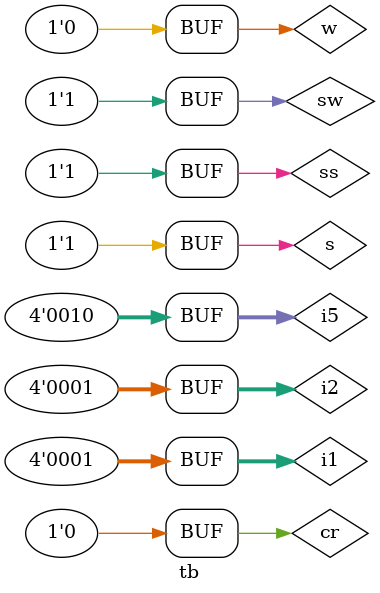
<source format=v>
module vending_machine(w, s, ss, sw, cr, i1, i2, i5, wo, so, o1, o2, o5);
input w, s, ss, sw, cr;
input [3:0]i1, i2, i5;
output wo, so;
output [3:0]o1, o2, o5;
wire [1:0]op1, op2;

select sl(w, s, ss, sw, op1);
pay p(w, s, cr, i1, i2, i5, op2);
change c(op1, op2, i1, i2, i5, wo, so, o1, o2, o5);

endmodule

module tb;
reg w, s, ss, sw, cr;
reg [3:0]i1, i2, i5;
wire wo, so;
wire [3:0]o1, o2, o5;

vending_machine vm(w, s, ss, sw, cr, i1, i2, i5, wo, so, o1, o2, o5);

initial begin
cr = 1; w = 0; s = 1; ss = 0; sw = 1;
i1 = 3; i2 = 1; i5 = 1;
#100
cr = 0; w = 1; s = 0; ss = 1; sw = 0;
i1 = 0; i2 = 1; i5 = 1;
#100
cr = 0; w = 0; s = 1; ss = 0; sw = 1;
i1 = 1; i2 = 0; i5 = 0;
#100
cr = 0; w = 0; s = 1; ss = 1; sw = 1;
i1 = 3; i2 = 0; i5 = 0;
#100
cr = 0; w = 0; s = 1; ss = 1; sw = 1;
i1 = 1; i2 = 1; i5 = 2;

end

endmodule
</source>
